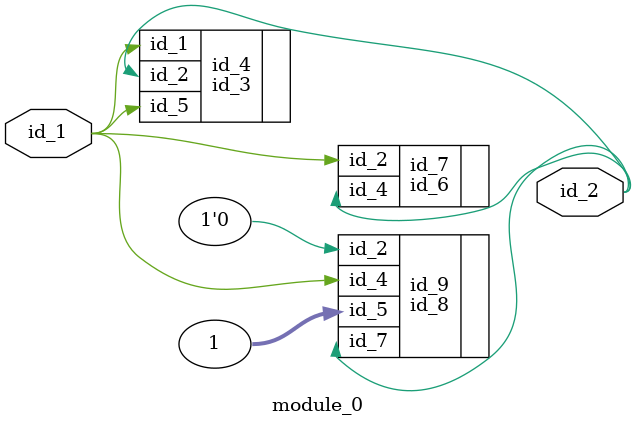
<source format=v>
module module_0 (
    id_1,
    id_2
);
  output id_2;
  input id_1;
  id_3 id_4 (
      .id_2(id_1[id_2]),
      .id_2(id_5),
      .id_2(id_1),
      .id_2(id_1),
      .id_1(1'b0),
      .id_2(id_5),
      .id_2(id_5),
      .id_5(id_1),
      .id_5(id_1),
      .id_2(1),
      .id_2(id_2[id_1]),
      .id_1(id_1),
      .id_2(id_2)
  );
  id_6 id_7 (
      .id_2(id_1),
      .id_4(id_2)
  );
  generate
    id_8 id_9 (
        .id_2(1'd0),
        .id_7(id_2),
        .id_4(id_4),
        .id_4(id_1),
        .id_5(1)
    );
  endgenerate
endmodule

</source>
